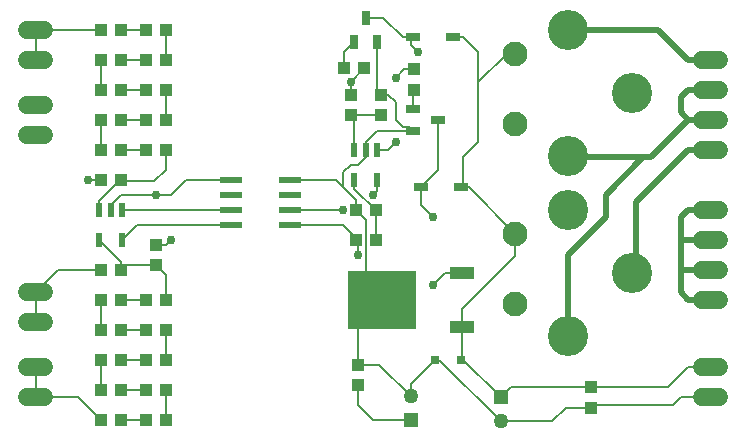
<source format=gbr>
G04 EAGLE Gerber RS-274X export*
G75*
%MOMM*%
%FSLAX34Y34*%
%LPD*%
%INTop Copper*%
%IPPOS*%
%AMOC8*
5,1,8,0,0,1.08239X$1,22.5*%
G01*
%ADD10R,1.258000X1.258000*%
%ADD11C,1.258000*%
%ADD12R,1.000000X1.100000*%
%ADD13R,0.800000X0.800000*%
%ADD14R,1.200000X0.750000*%
%ADD15R,2.100000X1.000000*%
%ADD16R,5.850000X4.900000*%
%ADD17R,0.600000X1.150000*%
%ADD18R,1.981200X0.558800*%
%ADD19C,2.100000*%
%ADD20C,3.400000*%
%ADD21R,0.650000X1.200000*%
%ADD22R,1.200000X0.650000*%
%ADD23R,1.100000X1.000000*%
%ADD24C,1.508000*%
%ADD25C,0.508000*%
%ADD26C,0.152400*%
%ADD27C,0.756400*%


D10*
X431800Y57150D03*
D11*
X431800Y37150D03*
D10*
X355600Y38100D03*
D11*
X355600Y58100D03*
D12*
X508000Y65650D03*
X508000Y48650D03*
X311150Y67700D03*
X311150Y84700D03*
X330200Y296300D03*
X330200Y313300D03*
D13*
X376350Y88900D03*
X398350Y88900D03*
D14*
X391650Y361950D03*
X357650Y361950D03*
X398000Y234950D03*
X364000Y234950D03*
D15*
X399100Y116900D03*
X399100Y162500D03*
D16*
X331100Y139700D03*
D17*
X111100Y216200D03*
X101600Y216200D03*
X92100Y216200D03*
X92100Y190200D03*
X111100Y190200D03*
D18*
X253238Y203200D03*
X253238Y215900D03*
X253238Y228600D03*
X253238Y241300D03*
X203962Y241300D03*
X203962Y228600D03*
X203962Y215900D03*
X203962Y203200D03*
D17*
X327000Y267000D03*
X317500Y267000D03*
X308000Y267000D03*
X308000Y241000D03*
X327000Y241000D03*
D19*
X443950Y288300D03*
D20*
X488950Y261300D03*
X542950Y314800D03*
X488950Y368300D03*
D19*
X443950Y348300D03*
X443950Y135900D03*
D20*
X488950Y108900D03*
X542950Y162400D03*
X488950Y215900D03*
D19*
X443950Y195900D03*
D21*
X307900Y357800D03*
X327100Y357800D03*
X317500Y378800D03*
D22*
X357800Y301700D03*
X357800Y282500D03*
X378800Y292100D03*
D12*
X110100Y38100D03*
X93100Y38100D03*
X131200Y139700D03*
X148200Y139700D03*
X110100Y165100D03*
X93100Y165100D03*
X148200Y342900D03*
X131200Y342900D03*
X131200Y368300D03*
X148200Y368300D03*
X93100Y368300D03*
X110100Y368300D03*
X148200Y317500D03*
X131200Y317500D03*
X110100Y317500D03*
X93100Y317500D03*
X93100Y342900D03*
X110100Y342900D03*
X110100Y292100D03*
X93100Y292100D03*
X148200Y292100D03*
X131200Y292100D03*
X148200Y38100D03*
X131200Y38100D03*
X93100Y266700D03*
X110100Y266700D03*
X148200Y266700D03*
X131200Y266700D03*
X93100Y241300D03*
X110100Y241300D03*
D23*
X139700Y186300D03*
X139700Y169300D03*
X304800Y313300D03*
X304800Y296300D03*
D12*
X326000Y215900D03*
X309000Y215900D03*
X309000Y190500D03*
X326000Y190500D03*
X131200Y63500D03*
X148200Y63500D03*
X110100Y63500D03*
X93100Y63500D03*
X93100Y88900D03*
X110100Y88900D03*
X131200Y88900D03*
X148200Y88900D03*
X131200Y114300D03*
X148200Y114300D03*
X93100Y114300D03*
X110100Y114300D03*
X110100Y139700D03*
X93100Y139700D03*
D24*
X45640Y279400D02*
X30560Y279400D01*
X30560Y304800D02*
X45640Y304800D01*
X45640Y342900D02*
X30560Y342900D01*
X30560Y368300D02*
X45640Y368300D01*
X45640Y120650D02*
X30560Y120650D01*
X30560Y146050D02*
X45640Y146050D01*
X45640Y57150D02*
X30560Y57150D01*
X30560Y82550D02*
X45640Y82550D01*
X602060Y82550D02*
X617140Y82550D01*
X617140Y57150D02*
X602060Y57150D01*
X602060Y215900D02*
X617140Y215900D01*
X617140Y190500D02*
X602060Y190500D01*
X602060Y165100D02*
X617140Y165100D01*
X617140Y139700D02*
X602060Y139700D01*
X602060Y342900D02*
X617140Y342900D01*
X617140Y317500D02*
X602060Y317500D01*
X602060Y292100D02*
X617140Y292100D01*
X617140Y266700D02*
X602060Y266700D01*
D12*
X299475Y335915D03*
X316475Y335915D03*
D23*
X358140Y317890D03*
X358140Y334890D03*
D25*
X590550Y317500D02*
X609600Y317500D01*
X590550Y317500D02*
X584200Y311150D01*
X584200Y298450D01*
X590550Y292100D01*
X609600Y292100D01*
X558800Y260350D02*
X552450Y260350D01*
X489900Y260350D01*
X488950Y261300D01*
X558800Y260350D02*
X590550Y292100D01*
X488950Y177800D02*
X488950Y108900D01*
X488950Y177800D02*
X520700Y209550D01*
X520700Y228600D01*
X552450Y260350D01*
D26*
X400050Y88900D02*
X431800Y57150D01*
X400050Y88900D02*
X398350Y88900D01*
X399100Y89650D02*
X399100Y116900D01*
X399100Y89650D02*
X398350Y88900D01*
X399100Y116900D02*
X399100Y132400D01*
X443950Y177250D02*
X443950Y195900D01*
X443950Y177250D02*
X399100Y132400D01*
X398000Y234950D02*
X404900Y234950D01*
X443950Y195900D01*
X400050Y237000D02*
X398000Y234950D01*
X400050Y260350D02*
X412750Y273050D01*
X412750Y323850D01*
X437200Y348300D01*
X400050Y260350D02*
X400050Y237000D01*
X400050Y361950D02*
X391650Y361950D01*
X412750Y349250D02*
X412750Y323850D01*
X412750Y349250D02*
X400050Y361950D01*
X440300Y65650D02*
X431800Y57150D01*
X440300Y65650D02*
X508000Y65650D01*
X590550Y82550D02*
X609600Y82550D01*
X573650Y65650D02*
X508000Y65650D01*
X573650Y65650D02*
X590550Y82550D01*
X443950Y348300D02*
X437200Y348300D01*
D25*
X590550Y342900D02*
X609600Y342900D01*
X565150Y368300D02*
X488950Y368300D01*
X565150Y368300D02*
X590550Y342900D01*
X590550Y266700D02*
X609600Y266700D01*
X590550Y266700D02*
X546100Y222250D01*
X546100Y165550D02*
X542950Y162400D01*
X546100Y165550D02*
X546100Y222250D01*
D26*
X93100Y38100D02*
X74050Y57150D01*
X38100Y57150D01*
X38100Y82550D01*
X57150Y165100D02*
X93100Y165100D01*
X57150Y165100D02*
X38100Y146050D01*
X38100Y120650D01*
X38100Y368300D02*
X93100Y368300D01*
X38100Y368300D02*
X38100Y342900D01*
X165100Y241300D02*
X203962Y241300D01*
X165100Y241300D02*
X152400Y228600D01*
X110178Y228600D02*
X101600Y220022D01*
X101600Y216200D01*
X139700Y228600D02*
X152400Y228600D01*
D27*
X139700Y228600D03*
D26*
X110178Y228600D01*
D27*
X152400Y190500D03*
D26*
X148200Y186300D01*
X139700Y186300D01*
X93100Y241300D02*
X82550Y241300D01*
D27*
X82550Y241300D03*
D26*
X486800Y48650D02*
X508000Y48650D01*
X475300Y37150D02*
X431800Y37150D01*
X475300Y37150D02*
X486800Y48650D01*
X376350Y88900D02*
X375500Y88050D01*
X355600Y68150D01*
X355600Y58100D01*
X329000Y84700D02*
X311150Y84700D01*
X329000Y84700D02*
X355600Y58100D01*
X311150Y84700D02*
X311150Y119750D01*
X331100Y139700D01*
X327100Y337650D02*
X327100Y357800D01*
X327100Y316400D02*
X330200Y313300D01*
X327100Y316400D02*
X327100Y337650D01*
X330200Y313300D02*
X336550Y313300D01*
X354550Y285750D02*
X357800Y282500D01*
X354550Y285750D02*
X349250Y285750D01*
X342900Y292100D01*
X342900Y306950D02*
X336550Y313300D01*
X342900Y306950D02*
X342900Y292100D01*
X317500Y273050D02*
X317500Y267000D01*
X326950Y282500D02*
X357800Y282500D01*
X326950Y282500D02*
X317500Y273050D01*
X292100Y241300D02*
X253238Y241300D01*
X309000Y224400D02*
X309000Y215900D01*
X298450Y234950D02*
X292100Y241300D01*
X298450Y234950D02*
X309000Y224400D01*
X317500Y153300D02*
X331100Y139700D01*
X317500Y207400D02*
X309000Y215900D01*
X317500Y207400D02*
X317500Y153300D01*
X380900Y88050D02*
X431800Y37150D01*
X380900Y88050D02*
X375500Y88050D01*
X317500Y260350D02*
X317500Y267000D01*
X317500Y260350D02*
X311150Y254000D01*
X304800Y254000D01*
X298450Y247650D01*
X298450Y234950D01*
X508000Y48650D02*
X510150Y50800D01*
X577850Y50800D02*
X584200Y57150D01*
X609600Y57150D01*
X577850Y50800D02*
X510150Y50800D01*
X311150Y50800D02*
X311150Y67700D01*
X311150Y50800D02*
X323850Y38100D01*
X355600Y38100D01*
D27*
X323850Y228600D03*
D26*
X327000Y231750D01*
X327000Y241000D01*
D27*
X374650Y152400D03*
D26*
X384750Y162500D02*
X399100Y162500D01*
X384750Y162500D02*
X374650Y152400D01*
X310075Y189425D02*
X309000Y190500D01*
X310075Y189425D02*
X311150Y188350D01*
X311150Y177800D01*
D27*
X311150Y177800D03*
D26*
X298450Y203200D02*
X253238Y203200D01*
X298450Y203200D02*
X310075Y191575D01*
X310075Y189425D01*
X131200Y38100D02*
X110100Y38100D01*
X148200Y38100D02*
X148200Y63500D01*
X131200Y63500D02*
X110100Y63500D01*
X93100Y63500D02*
X93100Y88900D01*
X110100Y88900D02*
X131200Y88900D01*
X148200Y88900D02*
X148200Y114300D01*
X131200Y114300D02*
X110100Y114300D01*
X93100Y114300D02*
X93100Y139700D01*
X110100Y139700D02*
X131200Y139700D01*
X110100Y172200D02*
X92100Y190200D01*
X110100Y172200D02*
X110100Y165100D01*
X114300Y169300D01*
X139700Y169300D01*
X148200Y160800D02*
X148200Y139700D01*
X148200Y160800D02*
X139700Y169300D01*
X131200Y368300D02*
X110100Y368300D01*
X148200Y368300D02*
X148200Y342900D01*
X131200Y342900D02*
X110100Y342900D01*
X93100Y342900D02*
X93100Y317500D01*
X110100Y317500D02*
X131200Y317500D01*
X148200Y317500D02*
X148200Y292100D01*
X131200Y292100D02*
X110100Y292100D01*
X93100Y292100D02*
X93100Y266700D01*
X110100Y266700D02*
X131200Y266700D01*
X92100Y223300D02*
X92100Y216200D01*
X92100Y223300D02*
X109025Y240225D01*
X110100Y241300D01*
X148200Y249800D02*
X148200Y266700D01*
X138625Y240225D02*
X109025Y240225D01*
X138625Y240225D02*
X148200Y249800D01*
X124100Y203200D02*
X111100Y190200D01*
X124100Y203200D02*
X203962Y203200D01*
X164800Y216200D02*
X111100Y216200D01*
X165100Y215900D02*
X203962Y215900D01*
X165100Y215900D02*
X164800Y216200D01*
X304800Y296300D02*
X330200Y296300D01*
X308000Y293100D02*
X304800Y296300D01*
X308000Y293100D02*
X308000Y267000D01*
X298450Y215900D02*
X253238Y215900D01*
D27*
X298450Y215900D03*
X304800Y323850D03*
D26*
X304800Y313300D01*
X304800Y324240D02*
X316475Y335915D01*
X304800Y324240D02*
X304800Y323850D01*
X308000Y233900D02*
X326000Y215900D01*
X308000Y233900D02*
X308000Y241000D01*
X326000Y215900D02*
X326000Y190500D01*
X378800Y249750D02*
X378800Y292100D01*
X378800Y249750D02*
X364000Y234950D01*
X364000Y220200D01*
X374650Y209550D01*
D27*
X374650Y209550D03*
D26*
X336215Y267000D02*
X327000Y267000D01*
X336215Y267000D02*
X342900Y273685D01*
D27*
X342900Y273685D03*
X342900Y327660D03*
D26*
X350130Y334890D01*
X358140Y334890D01*
X332400Y378800D02*
X317500Y378800D01*
X349250Y361950D02*
X355600Y361950D01*
X357650Y361950D01*
X349250Y361950D02*
X332400Y378800D01*
D27*
X361950Y349250D03*
D26*
X355600Y355600D01*
X355600Y361950D01*
D25*
X590550Y215900D02*
X609600Y215900D01*
X590550Y215900D02*
X584200Y209550D01*
X584200Y190500D01*
X609600Y190500D01*
X609600Y165100D02*
X584200Y165100D01*
X584200Y190500D01*
X590550Y139700D02*
X609600Y139700D01*
X590550Y139700D02*
X584200Y146050D01*
X584200Y165100D01*
D26*
X358140Y317890D02*
X357800Y317550D01*
X357800Y301700D01*
X307900Y357800D02*
X299475Y349375D01*
X299475Y335915D01*
M02*

</source>
